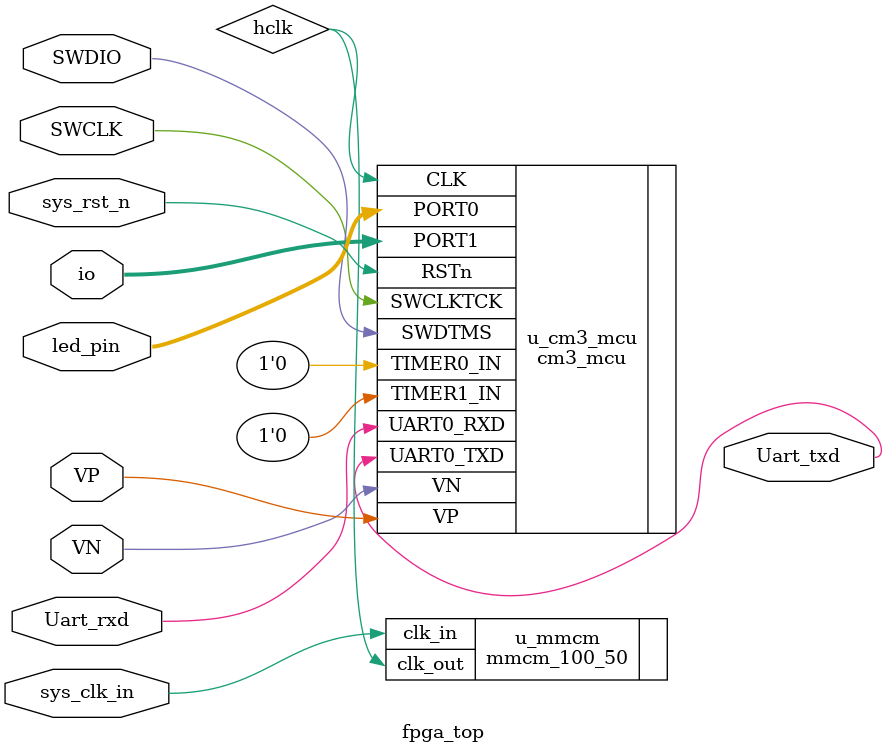
<source format=v>
module fpga_top (
    input sys_clk_in,
    input sys_rst_n,
//FPGA led_pin and gpio
    inout [7:0] led_pin,
    inout [7:0] io,
//debug
    input SWCLK,
    inout SWDIO,
//ADC  VAUXx[0] only
    input VP,
    input VN,
//UART
    input  Uart_rxd, //
    output Uart_txd //
);
//!!!!!hclk = 46MHZ
wire hclk;
mmcm_100_50 u_mmcm
(
// Clock out ports
.clk_out(hclk),     // output clk_out
// Clock in ports
.clk_in(sys_clk_in));      // input clk_in

cm3_mcu u_cm3_mcu(
    .RSTn      (sys_rst_n      ),
    .CLK       (hclk           ),

    .PORT0     (led_pin        ),
    .PORT1     (io             ),
    .SWCLKTCK  (SWCLK          ),
    .SWDTMS    (SWDIO          ),
    .UART0_RXD (Uart_rxd       ),
    .UART0_TXD (Uart_txd       ),
    .VP        (VP             ),
    .VN        (VN             ),
    .TIMER0_IN (1'b0           ),
    .TIMER1_IN (1'b0           )
);  

endmodule
</source>
